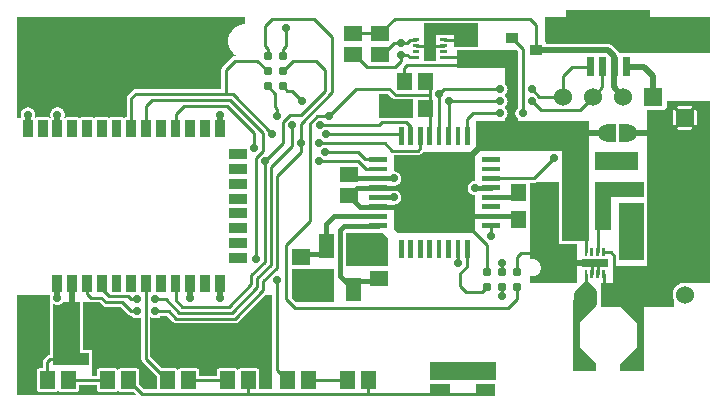
<source format=gbr>
G04 start of page 2 for group 0 idx 0 *
G04 Title: (unknown), component *
G04 Creator: pcb 20140316 *
G04 CreationDate: Sun 30 Dec 2018 07:46:55 PM GMT UTC *
G04 For: railfan *
G04 Format: Gerber/RS-274X *
G04 PCB-Dimensions (mil): 2360.00 1310.00 *
G04 PCB-Coordinate-Origin: lower left *
%MOIN*%
%FSLAX25Y25*%
%LNTOP*%
%ADD38C,0.0400*%
%ADD37C,0.0250*%
%ADD36C,0.0380*%
%ADD35C,0.0390*%
%ADD34C,0.0935*%
%ADD33C,0.0120*%
%ADD32C,0.0280*%
%ADD31R,0.0394X0.0394*%
%ADD30R,0.0354X0.0354*%
%ADD29R,0.0300X0.0300*%
%ADD28R,0.0340X0.0340*%
%ADD27R,0.0472X0.0472*%
%ADD26R,0.0236X0.0236*%
%ADD25R,0.0330X0.0330*%
%ADD24R,0.0230X0.0230*%
%ADD23R,0.0240X0.0240*%
%ADD22R,0.0197X0.0197*%
%ADD21R,0.0098X0.0098*%
%ADD20R,0.0157X0.0157*%
%ADD19R,0.0512X0.0512*%
%ADD18R,0.0413X0.0413*%
%ADD17C,0.0310*%
%ADD16C,0.0410*%
%ADD15C,0.0600*%
%ADD14C,0.0150*%
%ADD13C,0.0100*%
%ADD12C,0.0200*%
%ADD11C,0.0001*%
G54D11*G36*
X14500Y12500D02*Y13379D01*
X14561Y13439D01*
X14717Y13616D01*
X14841Y13817D01*
X14931Y14035D01*
X14986Y14265D01*
X15005Y14500D01*
X14986Y14735D01*
X14931Y14965D01*
X14841Y15183D01*
X14717Y15384D01*
X14564Y15564D01*
X14500Y15619D01*
Y33015D01*
X14761Y32855D01*
X15110Y32710D01*
X15477Y32622D01*
X15854Y32593D01*
X16231Y32622D01*
X16598Y32710D01*
X16947Y32855D01*
X17269Y33052D01*
X17556Y33298D01*
X17729Y33500D01*
X23500D01*
Y12500D01*
X14500D01*
G37*
G36*
Y13379D01*
X14561Y13439D01*
X14717Y13616D01*
X14841Y13817D01*
X14931Y14035D01*
X14986Y14265D01*
X15005Y14500D01*
X14986Y14735D01*
X14931Y14965D01*
X14841Y15183D01*
X14717Y15384D01*
X14564Y15564D01*
X14500Y15619D01*
Y16500D01*
X26500D01*
Y12500D01*
X14500D01*
G37*
G36*
X24500Y33500D02*X26941D01*
X27000Y33495D01*
X27059Y33500D01*
X29879D01*
X30898Y32481D01*
X30936Y32436D01*
X31116Y32283D01*
X31317Y32159D01*
X31535Y32069D01*
X31765Y32014D01*
X32000Y31995D01*
X32059Y32000D01*
X36879D01*
X38500Y30379D01*
Y17500D01*
X24500D01*
Y33500D01*
G37*
G36*
X14500Y12500D02*Y16500D01*
X18500D01*
Y12500D01*
X14500D01*
G37*
G36*
X108000Y33500D02*X95500D01*
X94000Y35000D01*
Y44500D01*
X108000D01*
Y33500D01*
G37*
G36*
X2500Y36000D02*X13500D01*
Y35476D01*
X13476Y35377D01*
X13447Y35000D01*
X13476Y34623D01*
X13500Y34524D01*
Y16005D01*
X13265Y15986D01*
X13035Y15931D01*
X12817Y15841D01*
X12616Y15717D01*
X12439Y15561D01*
X11438Y14559D01*
X11393Y14521D01*
X11240Y14341D01*
X11116Y14140D01*
X11026Y13922D01*
X10971Y13692D01*
X10971Y13692D01*
X10952Y13457D01*
X10957Y13398D01*
Y11445D01*
X9741Y11443D01*
X9588Y11406D01*
X9443Y11346D01*
X9308Y11264D01*
X9189Y11161D01*
X9086Y11042D01*
X9004Y10907D01*
X8944Y10762D01*
X8907Y10609D01*
X8898Y10452D01*
X8907Y4391D01*
X8944Y4238D01*
X9004Y4093D01*
X9086Y3958D01*
X9189Y3839D01*
X9308Y3736D01*
X9443Y3654D01*
X9588Y3594D01*
X9741Y3557D01*
X9898Y3548D01*
X13500Y3554D01*
Y2500D01*
X2500D01*
Y36000D01*
G37*
G36*
X10957Y11445D02*X9741Y11443D01*
X9588Y11406D01*
X9443Y11346D01*
X9308Y11264D01*
X9189Y11161D01*
X9086Y11042D01*
X9004Y10907D01*
X8944Y10762D01*
X8907Y10609D01*
X8898Y10452D01*
X8907Y4391D01*
X8944Y4238D01*
X9004Y4093D01*
X9086Y3958D01*
X9189Y3839D01*
X9308Y3736D01*
X9443Y3654D01*
X9588Y3594D01*
X9741Y3557D01*
X9898Y3548D01*
X15173Y3557D01*
X15326Y3594D01*
X15471Y3654D01*
X15606Y3736D01*
X15725Y3839D01*
X15828Y3958D01*
X15910Y4093D01*
X15970Y4238D01*
X16000Y4363D01*
X16030Y4238D01*
X16090Y4093D01*
X16172Y3958D01*
X16275Y3839D01*
X16394Y3736D01*
X16529Y3654D01*
X16674Y3594D01*
X16827Y3557D01*
X16984Y3548D01*
X22259Y3557D01*
X22412Y3594D01*
X22557Y3654D01*
X22692Y3736D01*
X22811Y3839D01*
X22914Y3958D01*
X22996Y4093D01*
X23056Y4238D01*
X23093Y4391D01*
X23102Y4548D01*
X23100Y6000D01*
X28905D01*
X28907Y4391D01*
X28944Y4238D01*
X29004Y4093D01*
X29086Y3958D01*
X29189Y3839D01*
X29308Y3736D01*
X29443Y3654D01*
X29588Y3594D01*
X29741Y3557D01*
X29898Y3548D01*
X35173Y3557D01*
X35326Y3594D01*
X35471Y3654D01*
X35606Y3736D01*
X35725Y3839D01*
X35828Y3958D01*
X35910Y4093D01*
X35970Y4238D01*
X36000Y4363D01*
X36030Y4238D01*
X36090Y4093D01*
X36172Y3958D01*
X36275Y3839D01*
X36394Y3736D01*
X36529Y3654D01*
X36674Y3594D01*
X36827Y3557D01*
X36984Y3548D01*
X41366Y3556D01*
X42422Y2500D01*
X2500D01*
Y11500D01*
X10957D01*
Y11445D01*
G37*
G36*
X50375Y29000D02*X52379D01*
X54398Y26981D01*
X54436Y26936D01*
X54615Y26783D01*
X54616Y26783D01*
X54817Y26659D01*
X55035Y26569D01*
X55265Y26514D01*
X55500Y26495D01*
X55559Y26500D01*
X74941D01*
X75000Y26495D01*
X75235Y26514D01*
X75235Y26514D01*
X75465Y26569D01*
X75683Y26659D01*
X75884Y26783D01*
X76064Y26936D01*
X76102Y26981D01*
X85121Y36000D01*
X87500D01*
Y11016D01*
X87495Y10957D01*
X87500Y10898D01*
Y4500D01*
X83099D01*
X83102Y4548D01*
X83093Y10609D01*
X83056Y10762D01*
X82996Y10907D01*
X82914Y11042D01*
X82811Y11161D01*
X82692Y11264D01*
X82557Y11346D01*
X82412Y11406D01*
X82259Y11443D01*
X82102Y11452D01*
X76827Y11443D01*
X76674Y11406D01*
X76529Y11346D01*
X76394Y11264D01*
X76275Y11161D01*
X76172Y11042D01*
X76090Y10907D01*
X76030Y10762D01*
X76000Y10637D01*
X75970Y10762D01*
X75910Y10907D01*
X75828Y11042D01*
X75725Y11161D01*
X75606Y11264D01*
X75471Y11346D01*
X75326Y11406D01*
X75173Y11443D01*
X75016Y11452D01*
X69741Y11443D01*
X69588Y11406D01*
X69443Y11346D01*
X69308Y11264D01*
X69189Y11161D01*
X69086Y11042D01*
X69004Y10907D01*
X68944Y10762D01*
X68907Y10609D01*
X68898Y10452D01*
X68900Y9000D01*
X63095D01*
X63093Y10609D01*
X63056Y10762D01*
X62996Y10907D01*
X62914Y11042D01*
X62811Y11161D01*
X62692Y11264D01*
X62557Y11346D01*
X62412Y11406D01*
X62259Y11443D01*
X62102Y11452D01*
X56827Y11443D01*
X56674Y11406D01*
X56529Y11346D01*
X56394Y11264D01*
X56275Y11161D01*
X56172Y11042D01*
X56090Y10907D01*
X56030Y10762D01*
X56000Y10637D01*
X55970Y10762D01*
X55910Y10907D01*
X55828Y11042D01*
X55725Y11161D01*
X55606Y11264D01*
X55471Y11346D01*
X55326Y11406D01*
X55173Y11443D01*
X55016Y11452D01*
X50634Y11444D01*
X46882Y15196D01*
Y28726D01*
X47085Y28552D01*
X47407Y28355D01*
X47756Y28210D01*
X48123Y28122D01*
X48500Y28093D01*
X48877Y28122D01*
X49244Y28210D01*
X49593Y28355D01*
X49915Y28552D01*
X50202Y28798D01*
X50375Y29000D01*
G37*
G36*
X35016Y11452D02*X29741Y11443D01*
X29588Y11406D01*
X29443Y11346D01*
X29308Y11264D01*
X29189Y11161D01*
X29086Y11042D01*
X29004Y10907D01*
X28944Y10762D01*
X28907Y10609D01*
X28898Y10452D01*
X28900Y9000D01*
X27500D01*
Y33500D01*
X29879D01*
X30898Y32481D01*
X30936Y32436D01*
X31116Y32283D01*
X31317Y32159D01*
X31535Y32069D01*
X31765Y32014D01*
X32000Y31995D01*
X32059Y32000D01*
X36879D01*
X39398Y29481D01*
X39436Y29436D01*
X39615Y29283D01*
X39616Y29283D01*
X39817Y29159D01*
X40035Y29069D01*
X40265Y29014D01*
X40500Y28995D01*
X40559Y29000D01*
X40625D01*
X40798Y28798D01*
X41085Y28552D01*
X41407Y28355D01*
X41756Y28210D01*
X42123Y28122D01*
X42500Y28093D01*
X42877Y28122D01*
X43244Y28210D01*
X43593Y28355D01*
X43882Y28532D01*
Y14634D01*
X43877Y14575D01*
X43896Y14340D01*
X43896Y14339D01*
X43896Y14339D01*
Y14339D01*
X43951Y14110D01*
X43951Y14110D01*
X44041Y13892D01*
X44165Y13690D01*
X44165Y13690D01*
X44318Y13511D01*
X44363Y13473D01*
X48900Y8935D01*
X48907Y4500D01*
X44664D01*
X43100Y6065D01*
X43093Y10609D01*
X43056Y10762D01*
X42996Y10907D01*
X42914Y11042D01*
X42811Y11161D01*
X42692Y11264D01*
X42557Y11346D01*
X42412Y11406D01*
X42259Y11443D01*
X42102Y11452D01*
X36827Y11443D01*
X36674Y11406D01*
X36529Y11346D01*
X36394Y11264D01*
X36275Y11161D01*
X36172Y11042D01*
X36090Y10907D01*
X36030Y10762D01*
X36000Y10637D01*
X35970Y10762D01*
X35910Y10907D01*
X35828Y11042D01*
X35725Y11161D01*
X35606Y11264D01*
X35471Y11346D01*
X35326Y11406D01*
X35173Y11443D01*
X35016Y11452D01*
G37*
G36*
X2500Y128500D02*X78500D01*
Y126193D01*
X77609Y126122D01*
X76741Y125914D01*
X75916Y125572D01*
X75154Y125105D01*
X74475Y124525D01*
X73895Y123846D01*
X73428Y123084D01*
X73086Y122259D01*
X72878Y121391D01*
X72807Y120500D01*
X72878Y119609D01*
X73086Y118741D01*
X73428Y117916D01*
X73895Y117154D01*
X74475Y116475D01*
X75154Y115895D01*
X75798Y115500D01*
X75059D01*
X75000Y115505D01*
X74765Y115486D01*
X74535Y115431D01*
X74317Y115341D01*
X74116Y115217D01*
X74115Y115217D01*
X73936Y115064D01*
X73898Y115019D01*
X70981Y112102D01*
X70936Y112064D01*
X70783Y111884D01*
X70659Y111683D01*
X70569Y111465D01*
X70514Y111235D01*
X70514Y111235D01*
X70495Y111000D01*
X70500Y110941D01*
Y104500D01*
X42059D01*
X42000Y104505D01*
X41765Y104486D01*
X41535Y104431D01*
X41317Y104341D01*
X41116Y104217D01*
X41115Y104217D01*
X40936Y104064D01*
X40898Y104019D01*
X39442Y102563D01*
X39397Y102525D01*
X39244Y102345D01*
X39120Y102144D01*
X39030Y101926D01*
X38975Y101696D01*
X38975Y101696D01*
X38956Y101461D01*
X38961Y101402D01*
Y95142D01*
X38654Y95141D01*
X38501Y95104D01*
X38356Y95044D01*
X38284Y95000D01*
X37716D01*
X37644Y95044D01*
X37499Y95104D01*
X37346Y95141D01*
X37189Y95150D01*
X33732Y95141D01*
X33579Y95104D01*
X33434Y95044D01*
X33362Y95000D01*
X32795D01*
X32723Y95044D01*
X32578Y95104D01*
X32425Y95141D01*
X32268Y95150D01*
X28811Y95141D01*
X28658Y95104D01*
X28513Y95044D01*
X28441Y95000D01*
X27874D01*
X27802Y95044D01*
X27657Y95104D01*
X27504Y95141D01*
X27347Y95150D01*
X23890Y95141D01*
X23737Y95104D01*
X23592Y95044D01*
X23520Y95000D01*
X22953D01*
X22881Y95044D01*
X22736Y95104D01*
X22583Y95141D01*
X22426Y95150D01*
X18969Y95141D01*
X18816Y95104D01*
X18671Y95044D01*
X18599Y95000D01*
X18038D01*
X18144Y95256D01*
X18232Y95623D01*
X18254Y96000D01*
X18232Y96377D01*
X18144Y96744D01*
X17999Y97093D01*
X17802Y97415D01*
X17556Y97702D01*
X17269Y97948D01*
X16947Y98145D01*
X16598Y98290D01*
X16231Y98378D01*
X15854Y98407D01*
X15477Y98378D01*
X15110Y98290D01*
X14761Y98145D01*
X14439Y97948D01*
X14152Y97702D01*
X13906Y97415D01*
X13709Y97093D01*
X13564Y96744D01*
X13476Y96377D01*
X13447Y96000D01*
X13476Y95623D01*
X13564Y95256D01*
X13670Y95000D01*
X13110D01*
X13038Y95044D01*
X12893Y95104D01*
X12740Y95141D01*
X12583Y95150D01*
X9126Y95141D01*
X8973Y95104D01*
X8828Y95044D01*
X8756Y95000D01*
X8196D01*
X8302Y95256D01*
X8390Y95623D01*
X8412Y96000D01*
X8390Y96377D01*
X8302Y96744D01*
X8157Y97093D01*
X7960Y97415D01*
X7714Y97702D01*
X7427Y97948D01*
X7105Y98145D01*
X6756Y98290D01*
X6389Y98378D01*
X6012Y98407D01*
X5635Y98378D01*
X5268Y98290D01*
X4919Y98145D01*
X4597Y97948D01*
X4310Y97702D01*
X4064Y97415D01*
X3867Y97093D01*
X3722Y96744D01*
X3634Y96377D01*
X3605Y96000D01*
X3634Y95623D01*
X3722Y95256D01*
X3828Y95000D01*
X2500D01*
Y128500D01*
G37*
G36*
X189000Y53000D02*Y40000D01*
X181000D01*
Y53000D01*
X189000D01*
G37*
G36*
X195000Y73500D02*X200500D01*
Y57500D01*
X195000D01*
Y73500D01*
G37*
G36*
X211500D02*Y68500D01*
X195000D01*
Y73500D01*
X211500D01*
G37*
G36*
X175597D02*X183000D01*
Y40000D01*
X173500D01*
Y42086D01*
X173537Y42077D01*
X174000Y42041D01*
X174463Y42077D01*
X174914Y42186D01*
X175343Y42363D01*
X175739Y42606D01*
X176092Y42908D01*
X176394Y43261D01*
X176637Y43657D01*
X176814Y44086D01*
X176923Y44537D01*
X176950Y45000D01*
X176923Y45463D01*
X176814Y45914D01*
X176637Y46343D01*
X176394Y46739D01*
X176092Y47092D01*
X175739Y47394D01*
X175343Y47637D01*
X174914Y47814D01*
X174463Y47923D01*
X174000Y47959D01*
X173537Y47923D01*
X173500Y47914D01*
Y73225D01*
X174666D01*
X174725Y73220D01*
X174960Y73239D01*
X174961Y73239D01*
X175190Y73294D01*
X175408Y73384D01*
X175597Y73500D01*
G37*
G36*
X213500Y131000D02*Y116500D01*
X203221D01*
X203092Y116711D01*
X202887Y116950D01*
X202827Y117001D01*
X200970Y118859D01*
X200919Y118919D01*
X200679Y119123D01*
X200411Y119288D01*
X200120Y119408D01*
X199814Y119481D01*
X199814Y119481D01*
X199500Y119506D01*
X199422Y119500D01*
X185500D01*
Y131000D01*
X213500D01*
G37*
G36*
X156000Y126500D02*Y122500D01*
X138000D01*
Y126500D01*
X156000D01*
G37*
G36*
X148000Y118500D02*Y126500D01*
X156000D01*
Y118500D01*
X148000D01*
G37*
G36*
X138000Y126500D02*X142000D01*
Y114000D01*
X138000D01*
Y126500D01*
G37*
G36*
X149000Y111500D02*Y117500D01*
X169079D01*
X169500Y117079D01*
Y111500D01*
X149000D01*
G37*
G36*
X178500Y128500D02*X233500D01*
Y116500D01*
X203221D01*
X203092Y116711D01*
X202887Y116950D01*
X202827Y117001D01*
X200970Y118859D01*
X200919Y118919D01*
X200679Y119123D01*
X200411Y119288D01*
X200120Y119408D01*
X199814Y119481D01*
X199814Y119481D01*
X199500Y119506D01*
X199422Y119500D01*
X178971D01*
X178931Y119665D01*
X178841Y119883D01*
X178717Y120084D01*
X178564Y120264D01*
X178500Y120319D01*
Y128500D01*
G37*
G36*
X211500Y66500D02*Y47500D01*
X203000D01*
Y48941D01*
X203005Y49000D01*
X203000Y49059D01*
Y66500D01*
X211500D01*
G37*
G36*
X202500Y32000D02*X197000D01*
Y40000D01*
X202500D01*
Y32000D01*
G37*
G36*
X211500Y45500D02*Y32000D01*
X201000D01*
Y45500D01*
X211500D01*
G37*
G36*
X192000Y40000D02*X195000Y37000D01*
Y33000D01*
X188500D01*
Y36500D01*
X192000Y40000D01*
G37*
G36*
X204500Y45500D02*X217000D01*
Y32000D01*
X204500D01*
Y45500D01*
G37*
G36*
X233500Y100500D02*Y40000D01*
X228500D01*
Y92498D01*
X228578Y92505D01*
X228655Y92523D01*
X228728Y92553D01*
X228795Y92594D01*
X228855Y92645D01*
X228906Y92705D01*
X228947Y92772D01*
X228977Y92845D01*
X228995Y92922D01*
X229000Y93000D01*
Y97000D01*
X228995Y97078D01*
X228977Y97155D01*
X228947Y97228D01*
X228906Y97295D01*
X228855Y97355D01*
X228795Y97406D01*
X228728Y97447D01*
X228655Y97477D01*
X228578Y97495D01*
X228500Y97502D01*
Y100500D01*
X233500D01*
G37*
G36*
X228500Y40000D02*X225500D01*
X225475Y39975D01*
X225000Y40012D01*
Y91000D01*
X227000D01*
X227078Y91005D01*
X227155Y91023D01*
X227228Y91053D01*
X227295Y91094D01*
X227355Y91145D01*
X227406Y91205D01*
X227447Y91272D01*
X227477Y91345D01*
X227495Y91422D01*
X227502Y91500D01*
X227495Y91578D01*
X227477Y91655D01*
X227447Y91728D01*
X227406Y91795D01*
X227355Y91855D01*
X227295Y91906D01*
X227228Y91947D01*
X227155Y91977D01*
X227078Y91995D01*
X227000Y92000D01*
X225000D01*
Y98000D01*
X227000D01*
X227078Y98005D01*
X227155Y98023D01*
X227228Y98053D01*
X227295Y98094D01*
X227355Y98145D01*
X227406Y98205D01*
X227447Y98272D01*
X227477Y98345D01*
X227495Y98422D01*
X227502Y98500D01*
X227495Y98578D01*
X227477Y98655D01*
X227447Y98728D01*
X227406Y98795D01*
X227355Y98855D01*
X227295Y98906D01*
X227228Y98947D01*
X227155Y98977D01*
X227078Y98995D01*
X227000Y99000D01*
X225000D01*
Y100500D01*
X228500D01*
Y97502D01*
X228422Y97495D01*
X228345Y97477D01*
X228272Y97447D01*
X228205Y97406D01*
X228145Y97355D01*
X228094Y97295D01*
X228053Y97228D01*
X228023Y97155D01*
X228005Y97078D01*
X228000Y97000D01*
Y93000D01*
X228005Y92922D01*
X228023Y92845D01*
X228053Y92772D01*
X228094Y92705D01*
X228145Y92645D01*
X228205Y92594D01*
X228272Y92553D01*
X228345Y92523D01*
X228422Y92505D01*
X228500Y92498D01*
Y40000D01*
G37*
G36*
X225000Y40012D02*X225000D01*
X224372Y39963D01*
X223760Y39816D01*
X223178Y39575D01*
X222642Y39246D01*
X222163Y38837D01*
X221754Y38358D01*
X221500Y37944D01*
Y92498D01*
X221578Y92505D01*
X221655Y92523D01*
X221728Y92553D01*
X221795Y92594D01*
X221855Y92645D01*
X221906Y92705D01*
X221947Y92772D01*
X221977Y92845D01*
X221995Y92922D01*
X222000Y93000D01*
Y97000D01*
X221995Y97078D01*
X221977Y97155D01*
X221947Y97228D01*
X221906Y97295D01*
X221855Y97355D01*
X221795Y97406D01*
X221728Y97447D01*
X221655Y97477D01*
X221578Y97495D01*
X221500Y97502D01*
Y100500D01*
X225000D01*
Y99000D01*
X223000D01*
X222922Y98995D01*
X222845Y98977D01*
X222772Y98947D01*
X222705Y98906D01*
X222645Y98855D01*
X222594Y98795D01*
X222553Y98728D01*
X222523Y98655D01*
X222505Y98578D01*
X222498Y98500D01*
X222505Y98422D01*
X222523Y98345D01*
X222553Y98272D01*
X222594Y98205D01*
X222645Y98145D01*
X222705Y98094D01*
X222772Y98053D01*
X222845Y98023D01*
X222922Y98005D01*
X223000Y98000D01*
X225000D01*
Y92000D01*
X223000D01*
X222922Y91995D01*
X222845Y91977D01*
X222772Y91947D01*
X222705Y91906D01*
X222645Y91855D01*
X222594Y91795D01*
X222553Y91728D01*
X222523Y91655D01*
X222505Y91578D01*
X222498Y91500D01*
X222505Y91422D01*
X222523Y91345D01*
X222553Y91272D01*
X222594Y91205D01*
X222645Y91145D01*
X222705Y91094D01*
X222772Y91053D01*
X222845Y91023D01*
X222922Y91005D01*
X223000Y91000D01*
X225000D01*
Y40012D01*
G37*
G36*
X221500Y37944D02*X221425Y37822D01*
X221184Y37240D01*
X221037Y36628D01*
X220988Y36000D01*
X221037Y35372D01*
X221184Y34760D01*
X221425Y34178D01*
X221500Y34056D01*
Y32000D01*
X212500D01*
Y97502D01*
X217735Y97514D01*
X217965Y97569D01*
X218183Y97659D01*
X218384Y97783D01*
X218564Y97936D01*
X218717Y98116D01*
X218841Y98317D01*
X218931Y98535D01*
X218986Y98765D01*
X219000Y99000D01*
X218997Y100500D01*
X221500D01*
Y97502D01*
X221422Y97495D01*
X221345Y97477D01*
X221272Y97447D01*
X221205Y97406D01*
X221145Y97355D01*
X221094Y97295D01*
X221053Y97228D01*
X221023Y97155D01*
X221005Y97078D01*
X221000Y97000D01*
Y93000D01*
X221005Y92922D01*
X221023Y92845D01*
X221053Y92772D01*
X221094Y92705D01*
X221145Y92645D01*
X221205Y92594D01*
X221272Y92553D01*
X221345Y92523D01*
X221422Y92505D01*
X221500Y92498D01*
Y37944D01*
G37*
G36*
X193000Y86000D02*Y54000D01*
X184000D01*
Y86000D01*
X193000D01*
G37*
G36*
X195000Y77500D02*Y83500D01*
X209500D01*
Y77500D01*
X195000D01*
G37*
G36*
X193000Y84000D02*X155500D01*
Y94000D01*
X170902D01*
X171000Y93992D01*
X171098Y94000D01*
X193000D01*
Y84000D01*
G37*
G36*
X165000Y93000D02*Y94625D01*
X165202Y94798D01*
X165448Y95085D01*
X165645Y95407D01*
X165790Y95756D01*
X165878Y96123D01*
X165900Y96500D01*
X165878Y96877D01*
X165790Y97244D01*
X165645Y97593D01*
X165448Y97915D01*
X165202Y98202D01*
X165000Y98375D01*
Y98625D01*
X165202Y98798D01*
X165448Y99085D01*
X165645Y99407D01*
X165790Y99756D01*
X165878Y100123D01*
X165900Y100500D01*
X165878Y100877D01*
X165790Y101244D01*
X165645Y101593D01*
X165448Y101915D01*
X165202Y102202D01*
X165000Y102375D01*
Y102625D01*
X165202Y102798D01*
X165448Y103085D01*
X165645Y103407D01*
X165790Y103756D01*
X165878Y104123D01*
X165900Y104500D01*
X165878Y104877D01*
X165790Y105244D01*
X165645Y105593D01*
X165448Y105915D01*
X165202Y106202D01*
X165000Y106375D01*
Y116000D01*
X169500D01*
Y98507D01*
X169227Y98273D01*
X168971Y97974D01*
X168766Y97638D01*
X168615Y97275D01*
X168523Y96892D01*
X168492Y96500D01*
X168523Y96108D01*
X168615Y95725D01*
X168766Y95362D01*
X168971Y95026D01*
X169227Y94727D01*
X169500Y94493D01*
Y93000D01*
X165000D01*
G37*
G36*
X137621Y83500D02*X155000D01*
Y73983D01*
X154623Y73953D01*
X154256Y73865D01*
X153907Y73720D01*
X153585Y73523D01*
X153298Y73277D01*
X153052Y72990D01*
X152855Y72668D01*
X152710Y72319D01*
X152622Y71952D01*
X152593Y71575D01*
X152622Y71199D01*
X152710Y70831D01*
X152855Y70482D01*
X153052Y70160D01*
X153298Y69873D01*
X153585Y69628D01*
X153907Y69430D01*
X154256Y69286D01*
X154623Y69197D01*
X155000Y69168D01*
Y56500D01*
X129500D01*
X128000Y58000D01*
Y66017D01*
X128377Y66047D01*
X128744Y66135D01*
X129093Y66280D01*
X129415Y66477D01*
X129702Y66723D01*
X129948Y67010D01*
X130145Y67332D01*
X130290Y67681D01*
X130378Y68048D01*
X130400Y68425D01*
X130378Y68801D01*
X130290Y69169D01*
X130145Y69518D01*
X129948Y69840D01*
X129702Y70127D01*
X129415Y70372D01*
X129093Y70570D01*
X128744Y70714D01*
X128377Y70803D01*
X128000Y70832D01*
Y72317D01*
X128377Y72346D01*
X128744Y72434D01*
X129093Y72579D01*
X129415Y72776D01*
X129702Y73022D01*
X129948Y73309D01*
X130145Y73631D01*
X130290Y73980D01*
X130378Y74347D01*
X130400Y74724D01*
X130378Y75101D01*
X130290Y75468D01*
X130145Y75817D01*
X129948Y76139D01*
X129702Y76426D01*
X129415Y76672D01*
X129093Y76869D01*
X128744Y77014D01*
X128377Y77102D01*
X128000Y77131D01*
Y82500D01*
X135941D01*
X136000Y82495D01*
X136235Y82514D01*
X136235Y82514D01*
X136235Y82514D01*
X136395Y82552D01*
X136465Y82569D01*
X136465Y82569D01*
X136465Y82569D01*
X136596Y82623D01*
X136683Y82659D01*
X136683Y82659D01*
X136683Y82659D01*
X136819Y82743D01*
X136884Y82783D01*
X136884Y82783D01*
X136884Y82783D01*
X137064Y82936D01*
X137102Y82981D01*
X137621Y83500D01*
G37*
G36*
X123000Y103000D02*X126020D01*
X127547Y101474D01*
X127582Y101432D01*
X127750Y101289D01*
X127750Y101289D01*
X127750Y101289D01*
X127938Y101174D01*
X128141Y101089D01*
X128327Y101045D01*
X128356Y101038D01*
X128356D01*
X128356Y101038D01*
X128575Y101021D01*
X128630Y101025D01*
X134500D01*
Y95000D01*
X132059D01*
X132000Y95005D01*
X131941Y95000D01*
X124059D01*
X124000Y95005D01*
X123941Y95000D01*
X123000D01*
Y103000D01*
G37*
G36*
X162000Y13500D02*Y7500D01*
X140000D01*
Y13500D01*
X162000D01*
G37*
G36*
X112000Y56500D02*X124500D01*
X126000Y55000D01*
Y45500D01*
X112000D01*
Y56500D01*
G37*
G54D12*X186500Y46500D02*X195000D01*
G54D13*X194016D02*Y42858D01*
X195984Y46500D02*Y42858D01*
X192047Y55500D02*Y50142D01*
X188500Y36500D02*Y30500D01*
X192047Y40047D02*X188500Y36500D01*
X192047Y42858D02*Y32050D01*
X201500Y49000D02*Y43000D01*
X200358Y50142D02*X201500Y49000D01*
X197953Y50142D02*X200358D01*
X197953Y42858D02*Y33500D01*
X195000Y37094D02*Y33000D01*
X192047Y40047D02*X195000Y37094D01*
X166000Y31500D02*X169000Y34500D01*
Y38500D01*
X195984Y60500D02*Y50142D01*
G54D12*X151500Y80000D02*X156500Y85000D01*
X186500D01*
G54D13*X174725Y74725D02*X181500Y81500D01*
X169000Y43500D02*Y48500D01*
X170500Y50000D01*
X176500D01*
X159000Y43500D02*Y52500D01*
X164000Y46500D02*Y43500D01*
X152000Y37000D02*X150000Y39000D01*
X152000Y37000D02*X157500D01*
X159000Y38500D01*
X164000D02*Y35500D01*
X150000Y39000D02*Y43000D01*
X152524Y45524D01*
Y51221D01*
X149374D02*Y46500D01*
G54D14*X169457Y62126D02*X149000D01*
X160279Y68425D02*X169457D01*
X155000Y71575D02*X160279D01*
G54D13*X159000Y52500D02*X153000Y58500D01*
X160279Y58977D02*Y55500D01*
Y74725D02*X174725D01*
G54D14*X115618Y71575D02*X113000Y68957D01*
X116682Y65275D02*X113000Y68957D01*
X115618Y71575D02*X133500D01*
X116682Y65275D02*X133500D01*
X122721Y68425D02*X128000D01*
X110000Y57500D02*X111476Y58976D01*
X122721D01*
X108126Y62126D02*X122721D01*
G54D13*X152523Y88779D02*Y94523D01*
X154500Y96500D01*
X163500D01*
X143075Y103000D02*X144575Y104500D01*
X163500D01*
X146224Y100500D02*X163500D01*
G54D14*X113000Y74724D02*X128000D01*
G54D13*X127500Y84000D02*X125000Y86500D01*
X116000Y80500D02*X118626Y77874D01*
X122721D01*
Y81023D02*X118477D01*
X116000Y83500D01*
G54D14*X105472Y59472D02*X108126Y62126D01*
G54D13*X100000Y93000D02*Y60500D01*
X103000Y86500D02*X125000D01*
X103500Y92500D02*X123000D01*
X124000Y93500D01*
X103000Y80500D02*X116000D01*
Y83500D02*X105000D01*
X105500Y89500D02*X130476D01*
X126500Y104500D02*X115500D01*
X106500Y95500D01*
X107500Y103500D02*X97000Y93000D01*
X100000D02*X102500Y95500D01*
X106500D01*
X97000Y93000D02*Y83500D01*
Y96000D02*X105000Y104000D01*
G54D12*X201469Y115531D02*X199500Y117500D01*
X175500D01*
G54D13*X176500Y102000D02*X184500D01*
X171000Y96500D02*Y117700D01*
X167300Y121400D01*
X174000Y104500D02*X176500Y102000D01*
X174000Y100500D02*X177000Y97500D01*
X175500Y117500D02*Y126000D01*
X173500Y128000D01*
X135374Y118984D02*X144626D01*
Y120953D02*X152000D01*
X173500Y128000D02*X128457D01*
X187500Y112000D02*X193594D01*
X187500D02*X184500Y109000D01*
Y102000D01*
X177000Y97500D02*X190000D01*
X194250Y101750D01*
G54D12*X199100Y90000D02*X188000D01*
X205900D02*X216500D01*
G54D13*X197531Y112000D02*Y105031D01*
X194500Y102000D01*
G54D12*X201469Y115531D02*Y105031D01*
X204500Y102000D01*
X205406Y112000D02*X211500D01*
X214500Y109000D01*
Y102000D01*
G54D13*X144626Y115047D02*X152500D01*
X132500Y112500D02*X152500D01*
X135374Y115047D02*X133453D01*
X132500Y116000D01*
X130500D01*
Y114000D01*
X139925Y88779D02*Y107000D01*
X143075Y88779D02*Y102500D01*
X146224Y88779D02*Y100000D01*
X133626Y88779D02*Y91874D01*
X132000Y93500D01*
X124000D01*
X136775Y88779D02*Y84775D01*
X136000Y84000D01*
X127500D01*
X139925Y102425D02*X128575D01*
X126500Y104500D01*
X131457Y107000D02*Y111457D01*
X132500Y112500D01*
X130500Y114000D02*X128500Y112000D01*
X135374Y120953D02*X133453D01*
X132500Y120000D01*
X128457Y128000D02*X123500Y123043D01*
X114500D01*
X132500Y120000D02*X128000D01*
X124000Y116000D01*
X128500Y112000D02*X119000D01*
X115000Y116000D01*
X95000Y31500D02*X166000D01*
X99543Y7500D02*X112457D01*
X119543D02*Y3000D01*
X89000Y41000D02*Y10957D01*
X92457Y7500D01*
X44043Y3000D02*X158579D01*
X92000Y34500D02*X95000Y31500D01*
G54D14*X115000Y40500D02*X121000D01*
X114528Y37717D02*X110000Y42244D01*
G54D12*X69988Y96000D02*Y91299D01*
G54D13*X58000Y99000D02*X72500D01*
X81500Y90000D01*
X73500Y101000D02*X84500Y90000D01*
X74500Y103000D02*X87500Y89500D01*
X82000Y48000D02*Y81500D01*
X84500Y84000D01*
X81500Y90000D02*Y85000D01*
G54D12*X15854Y96000D02*Y91299D01*
X6012Y96000D02*Y91299D01*
G54D13*X55224D02*Y96224D01*
X58000Y99000D01*
X45382Y91299D02*Y98882D01*
X47500Y101000D01*
X73500D01*
X42000Y103000D02*X74422D01*
X40461Y91299D02*Y101461D01*
X42000Y103000D01*
X19543Y7500D02*X32457D01*
X12457D02*Y13457D01*
X13500Y14500D01*
X16500D01*
X39543Y7500D02*X44043Y3000D01*
X79543Y7500D02*Y3000D01*
X59543Y7500D02*X72457D01*
X45382Y14575D02*X52457Y7500D01*
X30618Y37882D02*X33000Y35500D01*
X39500D01*
G54D12*X20776Y39701D02*Y26000D01*
X15854Y39701D02*Y35000D01*
G54D13*X25697Y39701D02*Y36303D01*
X27000Y35000D01*
X30500D01*
X32000Y33500D01*
X37500D01*
X40500Y30500D01*
G54D12*X60146Y39701D02*Y35000D01*
X69988Y39701D02*Y35000D01*
G54D13*X57500Y32000D02*X73000D01*
X56500Y30000D02*X74000D01*
X55500Y28000D02*X75000D01*
X39500Y35500D02*X40500Y34500D01*
X42500D01*
X40500Y30500D02*X42500D01*
X45382Y39701D02*Y14575D01*
X55224Y39701D02*Y34276D01*
X57500Y32000D01*
X48500Y34500D02*X52000D01*
X56500Y30000D01*
X48500Y30500D02*X53000D01*
X55500Y28000D01*
X75000D02*X84500Y37500D01*
X74000Y30000D02*X82500Y38500D01*
X73000Y32000D02*X80500Y39500D01*
Y42500D01*
X86000Y105500D02*X88500Y103000D01*
X86000Y110500D02*X82500Y114000D01*
X91000Y105500D02*X92500Y104000D01*
X94500Y114000D02*X91000Y110500D01*
X92500Y104000D02*X94000D01*
X97500Y100500D01*
X88500Y103000D02*Y98500D01*
X89000Y98000D01*
X82500Y114000D02*X75000D01*
X72000Y111000D01*
Y103000D01*
X86000Y115500D02*Y118000D01*
X85000Y119000D01*
Y125500D01*
X101500Y128000D02*X107500Y122000D01*
Y103500D01*
X105000Y104000D02*Y111000D01*
X102000Y114000D01*
X85000Y125500D02*X87500Y128000D01*
X101500D01*
X102000Y114000D02*X94500D01*
X92000Y119000D02*X91000Y118000D01*
Y115500D01*
X92000Y119000D02*Y125000D01*
X85000Y47000D02*Y80500D01*
X84500Y84000D02*Y90000D01*
X87000Y78500D02*Y46000D01*
X89000Y75500D02*Y45000D01*
X84500Y40500D01*
Y37500D01*
X82500Y38500D02*Y41500D01*
X87000Y46000D01*
X85000Y47000D02*X80500Y42500D01*
X92000Y52500D02*Y34500D01*
X100000Y60500D02*X92000Y52500D01*
G54D14*X105472Y52283D02*Y59472D01*
X110000Y42244D02*Y57500D01*
X97000Y49500D02*X105000D01*
G54D13*X87000Y78500D02*X94000Y85500D01*
X85000Y80500D02*X91000Y86500D01*
X89000Y75500D02*X97000Y83500D01*
X91000Y86500D02*Y93500D01*
X93500Y96000D01*
X97000D01*
X94000Y85500D02*Y92500D01*
X89000Y98000D02*Y95500D01*
G54D11*G36*
X211500Y105000D02*Y99000D01*
X217500D01*
Y105000D01*
X211500D01*
G37*
G54D15*X204500Y102000D03*
X194500D03*
X184500D03*
G54D16*X143028Y10150D03*
X158972D03*
G54D11*G36*
X222000Y98000D02*Y92000D01*
X228000D01*
Y98000D01*
X222000D01*
G37*
G54D15*X225000Y36000D03*
G54D17*X159000Y38500D03*
X164000D03*
X169000D03*
G54D18*X157398Y4146D02*X159760D01*
X157398Y9854D02*X159760D01*
G54D17*X159000Y43500D03*
X164000D03*
X169000D03*
G54D19*X169457Y61393D02*Y60607D01*
X176543Y61393D02*Y60607D01*
Y70393D02*Y69607D01*
G54D20*X130477Y53434D02*Y49008D01*
G54D19*X122607Y41457D02*X123393D01*
X122607Y48543D02*X123393D01*
X105472Y39094D02*Y36339D01*
X114528Y39094D02*Y36339D01*
X96607Y41457D02*X97393D01*
G54D20*X133626Y53434D02*Y49008D01*
G54D19*X105472Y53661D02*Y50906D01*
X114528Y53661D02*Y50906D01*
X96607Y48543D02*X97393D01*
G54D20*X136776Y53434D02*Y49008D01*
G54D18*X142240Y9854D02*X144602D01*
X142240Y4146D02*X144602D01*
G54D20*X139925Y53434D02*Y49008D01*
X143075Y53434D02*Y49008D01*
X146225Y53434D02*Y49008D01*
X149374Y53434D02*Y49008D01*
X152524Y53434D02*Y49008D01*
G54D19*X208107Y63957D02*X208893D01*
X208107Y71043D02*X208893D01*
X208107Y50043D02*X208893D01*
X197543Y60893D02*Y60107D01*
X190457Y60893D02*Y60107D01*
G54D21*X194016Y43744D02*Y41972D01*
X195984Y43744D02*Y41972D01*
X197953Y43744D02*Y41972D01*
G54D19*X208107Y42957D02*X208893D01*
G54D21*X197953Y51028D02*Y49256D01*
X195984Y51028D02*Y49256D01*
X194016Y51028D02*Y49256D01*
X192047Y51028D02*Y49256D01*
G54D22*Y46500D02*X197953D01*
G54D23*X191870D02*X198130D01*
G54D21*X192047Y43744D02*Y41972D01*
G54D24*X188800Y33200D02*X194400D01*
G54D11*G36*
X187829Y28577D02*X193423Y34171D01*
X195544Y32050D01*
X189950Y26456D01*
X187829Y28577D01*
G37*
G36*
X187950Y34050D02*Y30050D01*
X191950D01*
Y34050D01*
X187950D01*
G37*
G54D24*X210200Y33200D02*Y11800D01*
X204600Y33200D02*X210200D01*
X204600Y11800D02*X210200D01*
G54D11*G36*
X205577Y34171D02*X211171Y28577D01*
X209050Y26456D01*
X203456Y32050D01*
X205577Y34171D01*
G37*
G36*
X207050Y34050D02*Y30050D01*
X211050D01*
Y34050D01*
X207050D01*
G37*
G36*
Y14950D02*Y10950D01*
X211050D01*
Y14950D01*
X207050D01*
G37*
G36*
X203456Y12950D02*X209050Y18544D01*
X211171Y16423D01*
X205577Y10829D01*
X203456Y12950D01*
G37*
G36*
X189950Y18544D02*X195544Y12950D01*
X193423Y10829D01*
X187829Y16423D01*
X189950Y18544D01*
G37*
G54D24*X188800Y33200D02*Y11800D01*
X194400D01*
G54D11*G36*
X187950Y14950D02*Y10950D01*
X191950D01*
Y14950D01*
X187950D01*
G37*
G54D19*X19543Y7893D02*Y7107D01*
X12457Y7893D02*Y7107D01*
X32457Y7893D02*Y7107D01*
X52457Y7893D02*Y7107D01*
X39543Y7893D02*Y7107D01*
X20457Y30393D02*Y29607D01*
X27543Y30393D02*Y29607D01*
X20457Y21393D02*Y20607D01*
X27543Y21393D02*Y20607D01*
X79543Y7893D02*Y7107D01*
X72457Y7893D02*Y7107D01*
X59543Y7893D02*Y7107D01*
X119543Y7893D02*Y7107D01*
X112457Y7893D02*Y7107D01*
X99543Y7893D02*Y7107D01*
X92457Y7893D02*Y7107D01*
G54D25*X15854Y40902D02*Y38500D01*
X20776Y40902D02*Y38500D01*
X25697Y40902D02*Y38500D01*
X30618Y40902D02*Y38500D01*
X35539Y40902D02*Y38500D01*
X40461Y40902D02*Y38500D01*
X45382Y40902D02*Y38500D01*
X50303Y40902D02*Y38500D01*
X55224Y40902D02*Y38500D01*
X60146Y40902D02*Y38500D01*
X65067Y40902D02*Y38500D01*
X69988Y40902D02*Y38500D01*
X74850Y48276D02*X77248D01*
X74850Y53197D02*X77248D01*
X74850Y58118D02*X77248D01*
X74850Y63039D02*X77248D01*
X74850Y67961D02*X77248D01*
X74850Y72882D02*X77248D01*
X74850Y77803D02*X77248D01*
X74850Y82724D02*X77248D01*
X69988Y92500D02*Y90098D01*
X65067Y92500D02*Y90098D01*
X60146Y92500D02*Y90098D01*
X55224Y92500D02*Y90098D01*
X50303Y92500D02*Y90098D01*
X45382Y92500D02*Y90098D01*
X40461Y92500D02*Y90098D01*
X35539Y92500D02*Y90098D01*
X30618Y92500D02*Y90098D01*
X25697Y92500D02*Y90098D01*
X20776Y92500D02*Y90098D01*
X15854Y92500D02*Y90098D01*
X10933Y92500D02*Y90098D01*
X6012Y92500D02*Y90098D01*
G54D26*X205406Y113870D02*Y110130D01*
X201469Y113870D02*Y110130D01*
X197531Y113870D02*Y110130D01*
X193594Y113870D02*Y110130D01*
G54D27*X210524Y128437D02*Y126075D01*
X188476Y128437D02*Y126075D01*
G54D28*X167000Y121400D02*X167600D01*
X167000Y113600D02*X167600D01*
X175200Y117500D02*X175800D01*
G54D15*X205900Y90000D03*
G54D29*X204400Y91500D02*Y88500D01*
G54D15*X199100Y90000D03*
G54D29*X200600Y91500D02*Y88500D01*
G54D19*X190457Y80893D02*Y80107D01*
X197543Y80893D02*Y80107D01*
X190457Y70893D02*Y70107D01*
X197543Y70893D02*Y70107D01*
G54D20*X158066Y58977D02*X162492D01*
X158066Y62126D02*X162492D01*
X158066Y65276D02*X162492D01*
X158066Y68425D02*X162492D01*
X158066Y71575D02*X162492D01*
X158066Y74725D02*X162492D01*
G54D19*X169457Y70393D02*Y69607D01*
G54D20*X120508Y81023D02*X124934D01*
X120508Y77874D02*X124934D01*
X120508Y74724D02*X124934D01*
X120508Y71575D02*X124934D01*
X120508Y68425D02*X124934D01*
X120508Y65275D02*X124934D01*
X120508Y62126D02*X124934D01*
X120508Y58976D02*X124934D01*
G54D19*X112607Y68957D02*X113393D01*
X112607Y76043D02*X113393D01*
G54D20*X158066Y77874D02*X162492D01*
X158066Y81024D02*X162492D01*
X152523Y90992D02*Y86566D01*
X149374Y90992D02*Y86566D01*
X146224Y90992D02*Y86566D01*
X143075Y90992D02*Y86566D01*
X139925Y90992D02*Y86566D01*
X136775Y90992D02*Y86566D01*
X133626Y90992D02*Y86566D01*
X130476Y90992D02*Y86566D01*
G54D19*X138543Y98393D02*Y97607D01*
X131457Y98393D02*Y97607D01*
X138543Y107393D02*Y106607D01*
X131457Y107393D02*Y106607D01*
X152107Y114457D02*X152893D01*
G54D21*X144035Y115047D02*X145217D01*
X144035Y117016D02*X145217D01*
X144035Y118984D02*X145217D01*
X144035Y120953D02*X145217D01*
G54D19*X152107Y121543D02*X152893D01*
G54D21*X134783Y120953D02*X135965D01*
X134783Y118984D02*X135965D01*
X134783Y117016D02*X135965D01*
X134783Y115047D02*X135965D01*
G54D30*X140000Y119378D02*Y116622D01*
G54D31*Y119378D02*Y116622D01*
G54D19*X123107Y115957D02*X123893D01*
X123107Y123043D02*X123893D01*
X114107Y115957D02*X114893D01*
X114107Y123043D02*X114893D01*
G54D17*X86000Y115500D03*
X91000D03*
X86000Y110500D03*
X91000D03*
X86000Y105500D03*
X91000D03*
G54D32*X140000Y124500D03*
X143500D03*
X147000D03*
X92000Y125000D03*
X125000Y101000D03*
Y97000D03*
X143075Y103000D03*
X146224Y100500D03*
X130500Y116000D03*
Y120000D03*
X163500Y104500D03*
X174000D03*
X163500Y100500D03*
Y96500D03*
X171000D03*
X174000Y100500D03*
X15854Y96000D03*
X6012D03*
X5000Y126000D03*
Y101500D03*
X24500Y14500D03*
X20500D03*
X16500D03*
X85000Y13000D03*
X66000Y12000D03*
X15854Y35000D03*
X11500Y34000D03*
X42500Y30500D03*
X48500D03*
X32500Y24500D03*
Y28500D03*
X36500Y24500D03*
Y28500D03*
Y20500D03*
X51000Y15500D03*
X32500Y20500D03*
X4500Y34000D03*
Y4500D03*
X105000Y83500D03*
X97000Y86500D03*
X103000D03*
Y80500D03*
X81500Y85000D03*
X82000Y48000D03*
X123500Y54000D03*
X120000D03*
X89000Y41000D03*
X85000Y80500D03*
X60146Y35000D03*
X69988D03*
X42500Y34500D03*
X48500D03*
X96500Y36000D03*
X100000D03*
X85000Y32500D03*
X97500Y100500D03*
X106500Y95500D03*
X103500Y92500D03*
X94000D03*
X105500Y89500D03*
X87500D03*
X89000Y95500D03*
X69988Y96000D03*
X71500Y126000D03*
X68000Y107000D03*
X205500Y57000D03*
X209000Y55000D03*
Y59000D03*
X202500Y80500D03*
X206500D03*
X179000Y42500D03*
X183000D03*
X187000D03*
X179000Y46500D03*
Y50500D03*
X183000Y46500D03*
Y50500D03*
X187000Y46500D03*
Y50500D03*
X186000Y86500D03*
X190000D03*
X181000Y67000D03*
Y63000D03*
Y59000D03*
Y71000D03*
X181500Y81500D03*
X128000Y68425D03*
Y74724D03*
X155000Y71575D03*
X149374Y46500D03*
X164000D03*
X160279Y55500D03*
X149000Y10000D03*
X153000D03*
X164000Y35500D03*
G54D33*G54D34*G54D35*G54D36*G54D35*G54D37*G54D38*M02*

</source>
